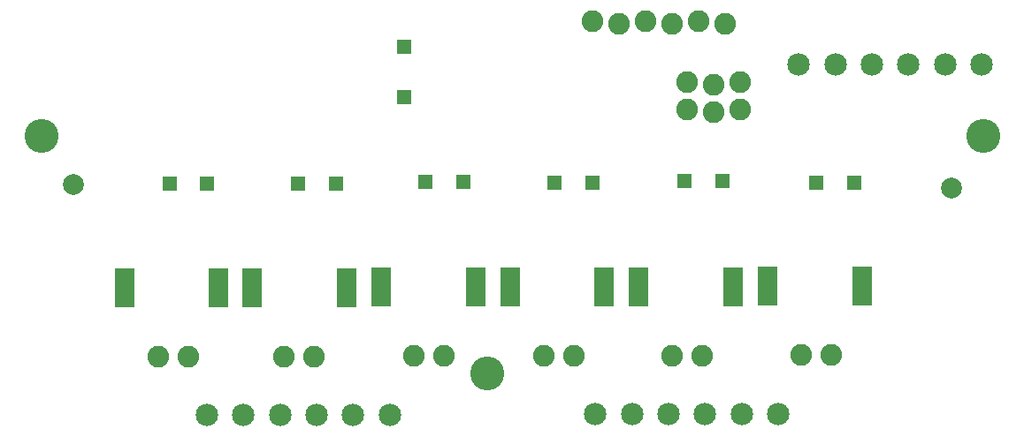
<source format=gbs>
G75*
G70*
%OFA0B0*%
%FSLAX24Y24*%
%IPPOS*%
%LPD*%
%AMOC8*
5,1,8,0,0,1.08239X$1,22.5*
%
%ADD10R,0.0749X0.1497*%
%ADD11R,0.0556X0.0556*%
%ADD12C,0.0848*%
%ADD13C,0.0820*%
%ADD14C,0.1280*%
%ADD15C,0.0789*%
D10*
X018830Y020945D03*
X022374Y020945D03*
X023649Y020945D03*
X027193Y020945D03*
X028508Y020972D03*
X032051Y020972D03*
X033358Y020980D03*
X036901Y020980D03*
X038212Y020980D03*
X041756Y020980D03*
X043074Y020996D03*
X046618Y020996D03*
D11*
X046323Y024917D03*
X044905Y024917D03*
X041366Y024964D03*
X039949Y024964D03*
X036456Y024913D03*
X035039Y024913D03*
X031598Y024929D03*
X030181Y024929D03*
X026799Y024862D03*
X025382Y024862D03*
X021949Y024862D03*
X020531Y024862D03*
X029366Y028130D03*
X029366Y030051D03*
D12*
X021937Y016126D03*
X023315Y016126D03*
X024693Y016126D03*
X026071Y016126D03*
X027449Y016126D03*
X028826Y016126D03*
X036578Y016165D03*
X037956Y016165D03*
X039334Y016165D03*
X040712Y016165D03*
X042090Y016165D03*
X043468Y016165D03*
X044244Y029386D03*
X045622Y029386D03*
X047000Y029386D03*
X048378Y029386D03*
X049756Y029386D03*
X051134Y029386D03*
D13*
X042039Y028695D03*
X041039Y028595D03*
X040039Y028695D03*
X040031Y027691D03*
X041031Y027591D03*
X042031Y027691D03*
X041472Y030908D03*
X040472Y031008D03*
X039472Y030908D03*
X038472Y031008D03*
X037472Y030908D03*
X036472Y031008D03*
X035767Y018374D03*
X034627Y018374D03*
X030861Y018389D03*
X029721Y018389D03*
X025967Y018338D03*
X024827Y018338D03*
X021239Y018338D03*
X020099Y018338D03*
X039453Y018374D03*
X040593Y018374D03*
X044335Y018413D03*
X045475Y018413D03*
D14*
X051193Y026682D03*
X032511Y017700D03*
X015693Y026660D03*
D15*
X016892Y024836D03*
X050008Y024724D03*
M02*

</source>
